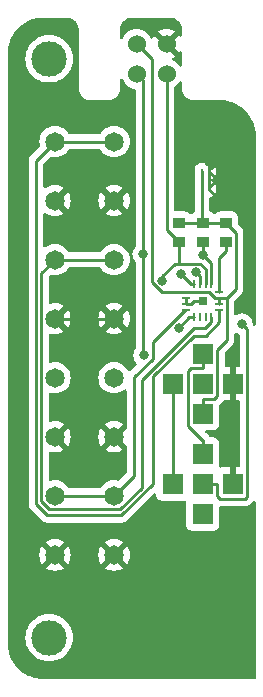
<source format=gtl>
%TF.GenerationSoftware,KiCad,Pcbnew,7.0.9*%
%TF.CreationDate,2024-03-19T13:31:30+09:00*%
%TF.ProjectId,rubis2,72756269-7332-42e6-9b69-6361645f7063,rev?*%
%TF.SameCoordinates,Original*%
%TF.FileFunction,Copper,L1,Top*%
%TF.FilePolarity,Positive*%
%FSLAX46Y46*%
G04 Gerber Fmt 4.6, Leading zero omitted, Abs format (unit mm)*
G04 Created by KiCad (PCBNEW 7.0.9) date 2024-03-19 13:31:30*
%MOMM*%
%LPD*%
G01*
G04 APERTURE LIST*
G04 Aperture macros list*
%AMRoundRect*
0 Rectangle with rounded corners*
0 $1 Rounding radius*
0 $2 $3 $4 $5 $6 $7 $8 $9 X,Y pos of 4 corners*
0 Add a 4 corners polygon primitive as box body*
4,1,4,$2,$3,$4,$5,$6,$7,$8,$9,$2,$3,0*
0 Add four circle primitives for the rounded corners*
1,1,$1+$1,$2,$3*
1,1,$1+$1,$4,$5*
1,1,$1+$1,$6,$7*
1,1,$1+$1,$8,$9*
0 Add four rect primitives between the rounded corners*
20,1,$1+$1,$2,$3,$4,$5,0*
20,1,$1+$1,$4,$5,$6,$7,0*
20,1,$1+$1,$6,$7,$8,$9,0*
20,1,$1+$1,$8,$9,$2,$3,0*%
G04 Aperture macros list end*
%TA.AperFunction,ComponentPad*%
%ADD10C,1.650000*%
%TD*%
%TA.AperFunction,ComponentPad*%
%ADD11R,1.800000X1.800000*%
%TD*%
%TA.AperFunction,SMDPad,CuDef*%
%ADD12RoundRect,0.062500X0.062500X0.112500X-0.062500X0.112500X-0.062500X-0.112500X0.062500X-0.112500X0*%
%TD*%
%TA.AperFunction,ComponentPad*%
%ADD13C,3.000000*%
%TD*%
%TA.AperFunction,SMDPad,CuDef*%
%ADD14R,1.000000X0.950000*%
%TD*%
%TA.AperFunction,ComponentPad*%
%ADD15C,1.524000*%
%TD*%
%TA.AperFunction,SMDPad,CuDef*%
%ADD16RoundRect,0.060000X-0.240000X-0.060000X0.240000X-0.060000X0.240000X0.060000X-0.240000X0.060000X0*%
%TD*%
%TA.AperFunction,SMDPad,CuDef*%
%ADD17RoundRect,0.060000X-0.060000X-0.240000X0.060000X-0.240000X0.060000X0.240000X-0.060000X0.240000X0*%
%TD*%
%TA.AperFunction,ComponentPad*%
%ADD18R,0.800000X0.800000*%
%TD*%
%TA.AperFunction,ViaPad*%
%ADD19C,0.800000*%
%TD*%
%TA.AperFunction,Conductor*%
%ADD20C,0.250000*%
%TD*%
%ADD21C,0.350000*%
%ADD22C,0.300000*%
G04 APERTURE END LIST*
D10*
%TO.P,J1,1_1,1_1*%
%TO.N,Net-(A1-AIN0)*%
X196000000Y-83500000D03*
%TO.P,J1,1_2,1_2*%
X191000000Y-83500000D03*
%TO.P,J1,2_1,2_1*%
%TO.N,GND*%
X196000000Y-88500000D03*
%TO.P,J1,2_2,2_2*%
X191000000Y-88500000D03*
%TO.P,J1,3_1,3_1*%
%TO.N,Net-(A1-AIN1)*%
X196000000Y-93500000D03*
%TO.P,J1,3_2,3_2*%
X191000000Y-93500000D03*
%TO.P,J1,4_1,4_1*%
%TO.N,GND*%
X196000000Y-98500000D03*
%TO.P,J1,4_2,4_2*%
X191000000Y-98500000D03*
%TO.P,J1,5_1,5_1*%
%TO.N,Net-(A1-AIN2)*%
X196000000Y-103500000D03*
%TO.P,J1,5_2,5_2*%
X191000000Y-103500000D03*
%TO.P,J1,6_1,6_1*%
%TO.N,GND*%
X196000000Y-108500000D03*
%TO.P,J1,6_2,6_2*%
X191000000Y-108500000D03*
%TO.P,J1,7_1,7_1*%
%TO.N,Net-(A1-AIN3)*%
X196000000Y-113500000D03*
%TO.P,J1,7_2,7_2*%
X191000000Y-113500000D03*
%TO.P,J1,8_1,8_1*%
%TO.N,GND*%
X196000000Y-118500000D03*
%TO.P,J1,8_2,8_2*%
X191000000Y-118500000D03*
%TD*%
D11*
%TO.P,S2,1,Address*%
%TO.N,Net-(A1-A1)*%
X203500000Y-112500000D03*
%TO.P,S2,2,GND*%
%TO.N,GND*%
X206040000Y-112500000D03*
%TO.P,S2,3,VDD*%
%TO.N,+5V*%
X203500000Y-115040000D03*
%TO.P,S2,4,SDA*%
%TO.N,Net-(A1-SDA)*%
X200960000Y-112500000D03*
%TO.P,S2,5,SCL*%
%TO.N,Net-(A1-SCL)*%
X203500000Y-109960000D03*
%TD*%
D12*
%TO.P,C1,1*%
%TO.N,GND*%
X204000000Y-86000000D03*
%TO.P,C1,2*%
%TO.N,+5V*%
X203450000Y-86000000D03*
%TD*%
%TO.P,C2,1*%
%TO.N,GND*%
X204000000Y-87500000D03*
%TO.P,C2,2*%
%TO.N,+5V*%
X203450000Y-87500000D03*
%TD*%
D13*
%TO.P,REF1,*%
%TO.N,*%
X190500000Y-76500000D03*
%TD*%
D14*
%TO.P,R1,1*%
%TO.N,+5V*%
X203500000Y-90400000D03*
%TO.P,R1,2*%
%TO.N,Net-(A1-SDA)*%
X203500000Y-92000000D03*
%TD*%
D15*
%TO.P,U1,3,SDA*%
%TO.N,Net-(A1-SDA)*%
X197910000Y-77770000D03*
%TO.P,U1,4,5V*%
%TO.N,+5V*%
X197910000Y-75230000D03*
%TO.P,U1,5,SCL*%
%TO.N,Net-(A1-SCL)*%
X200450000Y-77770000D03*
%TO.P,U1,6,GND*%
%TO.N,GND*%
X200450000Y-75230000D03*
%TD*%
D16*
%TO.P,A1,1,^RESET*%
%TO.N,+5V*%
X202100000Y-96250000D03*
%TO.P,A1,2,DGND*%
%TO.N,GND*%
X202100000Y-96750000D03*
%TO.P,A1,3,AVSS*%
X202100000Y-97250000D03*
%TO.P,A1,4,AIN3*%
%TO.N,Net-(A1-AIN3)*%
X202100000Y-97750000D03*
D17*
%TO.P,A1,5,AIN2*%
%TO.N,Net-(A1-AIN2)*%
X202750000Y-98400000D03*
%TO.P,A1,6,REFN*%
%TO.N,unconnected-(A1-REFN-Pad6)*%
X203250000Y-98400000D03*
%TO.P,A1,7,REFP*%
%TO.N,unconnected-(A1-REFP-Pad7)*%
X203750000Y-98400000D03*
%TO.P,A1,8,AIN1*%
%TO.N,Net-(A1-AIN1)*%
X204250000Y-98400000D03*
D16*
%TO.P,A1,9,AIN0*%
%TO.N,Net-(A1-AIN0)*%
X204900000Y-97750000D03*
%TO.P,A1,10,AVDD*%
%TO.N,+5V*%
X204900000Y-97250000D03*
%TO.P,A1,11,DVDD*%
X204900000Y-96750000D03*
%TO.P,A1,12,^DRDY*%
%TO.N,Net-(A1-^DRDY)*%
X204900000Y-96250000D03*
D17*
%TO.P,A1,13,SDA*%
%TO.N,Net-(A1-SDA)*%
X204250000Y-95600000D03*
%TO.P,A1,14,SCL*%
%TO.N,Net-(A1-SCL)*%
X203750000Y-95600000D03*
%TO.P,A1,15,A0*%
%TO.N,Net-(A1-A0)*%
X203250000Y-95600000D03*
%TO.P,A1,16,A1*%
%TO.N,Net-(A1-A1)*%
X202750000Y-95600000D03*
D18*
%TO.P,A1,17,Thermal_pad*%
%TO.N,GND*%
X203500000Y-97000000D03*
%TD*%
D14*
%TO.P,R3,1*%
%TO.N,+5V*%
X205500000Y-90400000D03*
%TO.P,R3,2*%
%TO.N,Net-(A1-^DRDY)*%
X205500000Y-92000000D03*
%TD*%
%TO.P,R2,1*%
%TO.N,+5V*%
X201500000Y-90400000D03*
%TO.P,R2,2*%
%TO.N,Net-(A1-SCL)*%
X201500000Y-92000000D03*
%TD*%
D11*
%TO.P,S1,1,Address*%
%TO.N,Net-(A1-A0)*%
X203500000Y-104000000D03*
%TO.P,S1,2,GND*%
%TO.N,GND*%
X206040000Y-104000000D03*
%TO.P,S1,3,VDD*%
%TO.N,+5V*%
X203500000Y-106540000D03*
%TO.P,S1,4,SDA*%
%TO.N,Net-(A1-SDA)*%
X200960000Y-104000000D03*
%TO.P,S1,5,SCL*%
%TO.N,Net-(A1-SCL)*%
X203500000Y-101460000D03*
%TD*%
D13*
%TO.P,REF2,*%
%TO.N,*%
X190500000Y-125500000D03*
%TD*%
D19*
%TO.N,Net-(A1-A1)*%
X206829000Y-98959600D03*
X201650000Y-94738500D03*
%TO.N,Net-(A1-A0)*%
X202946000Y-94588500D03*
%TO.N,Net-(A1-SCL)*%
X200090000Y-95274200D03*
%TO.N,Net-(A1-SDA)*%
X198534000Y-101599000D03*
X198465000Y-93027600D03*
X203568000Y-93107000D03*
%TO.N,Net-(A1-AIN2)*%
X201495000Y-99278300D03*
%TO.N,GND*%
X204000000Y-85198700D03*
%TD*%
D20*
%TO.N,Net-(A1-SCL)*%
X201500000Y-93864000D02*
X201136000Y-93864000D01*
X200090000Y-94910000D02*
X200090000Y-95274200D01*
X201136000Y-93864000D02*
X200090000Y-94910000D01*
%TO.N,Net-(A1-A1)*%
X207267000Y-99397100D02*
X206829000Y-98959600D01*
X207267000Y-113579000D02*
X207267000Y-99397100D01*
X207119000Y-113727000D02*
X207267000Y-113579000D01*
X204957000Y-113727000D02*
X207119000Y-113727000D01*
X204727000Y-113497000D02*
X204957000Y-113727000D01*
X204727000Y-112500000D02*
X204727000Y-113497000D01*
X203500000Y-112500000D02*
X204727000Y-112500000D01*
X202512000Y-95600000D02*
X202750000Y-95600000D01*
X201650000Y-94738500D02*
X202512000Y-95600000D01*
%TO.N,Net-(A1-A0)*%
X203250000Y-94893000D02*
X203250000Y-95600000D01*
X202946000Y-94588500D02*
X203250000Y-94893000D01*
%TO.N,Net-(A1-SCL)*%
X203500000Y-102687000D02*
X203500000Y-101460000D01*
X202503000Y-102687000D02*
X203500000Y-102687000D01*
X202273000Y-102917000D02*
X202503000Y-102687000D01*
X202273000Y-107581000D02*
X202273000Y-102917000D01*
X203425000Y-108733000D02*
X202273000Y-107581000D01*
X203500000Y-108733000D02*
X203425000Y-108733000D01*
X203500000Y-109960000D02*
X203500000Y-108733000D01*
X201500000Y-92000000D02*
X201500000Y-93864000D01*
X200450000Y-90950000D02*
X201500000Y-92000000D01*
X200450000Y-77770000D02*
X200450000Y-90950000D01*
X203750000Y-94334400D02*
X203750000Y-95600000D01*
X203280000Y-93864000D02*
X203750000Y-94334400D01*
X201500000Y-93864000D02*
X203280000Y-93864000D01*
%TO.N,Net-(A1-SDA)*%
X200960000Y-104000000D02*
X200960000Y-112500000D01*
X204250000Y-93789400D02*
X203568000Y-93107000D01*
X204250000Y-95600000D02*
X204250000Y-93789400D01*
X203500000Y-93039400D02*
X203568000Y-93107000D01*
X203500000Y-92000000D02*
X203500000Y-93039400D01*
X198465000Y-78325000D02*
X198465000Y-93027600D01*
X197910000Y-77770000D02*
X198465000Y-78325000D01*
X198465000Y-101530000D02*
X198534000Y-101599000D01*
X198465000Y-93027600D02*
X198465000Y-101530000D01*
%TO.N,Net-(A1-^DRDY)*%
X205500000Y-92801900D02*
X205500000Y-92000000D01*
X204900000Y-93401900D02*
X205500000Y-92801900D01*
X204900000Y-96250000D02*
X204900000Y-93401900D01*
%TO.N,Net-(A1-AIN0)*%
X191000000Y-83500000D02*
X196000000Y-83500000D01*
X204900000Y-98777700D02*
X204900000Y-97750000D01*
X203743000Y-99934800D02*
X204900000Y-98777700D01*
X202746000Y-99934800D02*
X203743000Y-99934800D01*
X199289000Y-103392000D02*
X202746000Y-99934800D01*
X199289000Y-112482000D02*
X199289000Y-103392000D01*
X196630000Y-115141000D02*
X199289000Y-112482000D01*
X190359000Y-115141000D02*
X196630000Y-115141000D01*
X189389000Y-114171000D02*
X190359000Y-115141000D01*
X189389000Y-85110600D02*
X189389000Y-114171000D01*
X191000000Y-83500000D02*
X189389000Y-85110600D01*
%TO.N,Net-(A1-AIN1)*%
X204250000Y-98749500D02*
X204250000Y-98400000D01*
X203731000Y-99268800D02*
X204250000Y-98749500D01*
X202771000Y-99268800D02*
X203731000Y-99268800D01*
X198338000Y-103702000D02*
X202771000Y-99268800D01*
X198338000Y-112795000D02*
X198338000Y-103702000D01*
X196480000Y-114652000D02*
X198338000Y-112795000D01*
X190523000Y-114652000D02*
X196480000Y-114652000D01*
X189846000Y-113974000D02*
X190523000Y-114652000D01*
X189846000Y-94654500D02*
X189846000Y-113974000D01*
X191000000Y-93500000D02*
X189846000Y-94654500D01*
X191000000Y-93500000D02*
X196000000Y-93500000D01*
%TO.N,Net-(A1-AIN2)*%
X202373000Y-98400000D02*
X201495000Y-99278300D01*
X202750000Y-98400000D02*
X202373000Y-98400000D01*
%TO.N,Net-(A1-AIN3)*%
X196000000Y-113500000D02*
X191000000Y-113500000D01*
X197704000Y-111796000D02*
X196000000Y-113500000D01*
X197704000Y-103478000D02*
X197704000Y-111796000D01*
X199311000Y-101872000D02*
X197704000Y-103478000D01*
X199311000Y-100434000D02*
X199311000Y-101872000D01*
X201995000Y-97750000D02*
X199311000Y-100434000D01*
X202100000Y-97750000D02*
X201995000Y-97750000D01*
%TO.N,+5V*%
X203338000Y-90238200D02*
X203500000Y-90400000D01*
X203176000Y-90400000D02*
X203338000Y-90238200D01*
X201500000Y-90400000D02*
X203176000Y-90400000D01*
X204900000Y-96750000D02*
X204900000Y-97250000D01*
X203450000Y-87500000D02*
X203450000Y-86000000D01*
X204052000Y-96250000D02*
X202100000Y-96250000D01*
X204552000Y-96750000D02*
X204052000Y-96250000D01*
X204900000Y-96750000D02*
X204552000Y-96750000D01*
X206327000Y-91226900D02*
X205500000Y-90400000D01*
X206327000Y-95951200D02*
X206327000Y-91226900D01*
X205528000Y-96750000D02*
X206327000Y-95951200D01*
X203500000Y-105313000D02*
X203500000Y-106540000D01*
X204497000Y-105313000D02*
X203500000Y-105313000D01*
X204727000Y-105083000D02*
X204497000Y-105313000D01*
X204727000Y-101113000D02*
X204727000Y-105083000D01*
X205528000Y-100312000D02*
X204727000Y-101113000D01*
X205528000Y-96750000D02*
X205528000Y-100312000D01*
X203450000Y-90126400D02*
X203450000Y-87500000D01*
X203338000Y-90238200D02*
X203450000Y-90126400D01*
X199209000Y-76528800D02*
X197910000Y-75230000D01*
X199209000Y-95425500D02*
X199209000Y-76528800D01*
X200033000Y-96250000D02*
X199209000Y-95425500D01*
X202100000Y-96250000D02*
X200033000Y-96250000D01*
X204900000Y-96750000D02*
X205528000Y-96750000D01*
X205500000Y-90400000D02*
X203500000Y-90400000D01*
%TO.N,GND*%
X192172000Y-107328000D02*
X191000000Y-108500000D01*
X204000000Y-86000000D02*
X204000000Y-85198700D01*
X206040000Y-104000000D02*
X206040000Y-112500000D01*
X192172000Y-98500000D02*
X191000000Y-98500000D01*
X194828000Y-107328000D02*
X196000000Y-108500000D01*
X192172000Y-107328000D02*
X194828000Y-107328000D01*
X196000000Y-98500000D02*
X192172000Y-98500000D01*
X204000000Y-86000000D02*
X204000000Y-87500000D01*
X202100000Y-97250000D02*
X202100000Y-96750000D01*
X202773000Y-97000000D02*
X203500000Y-97000000D01*
X202523000Y-97250000D02*
X202773000Y-97000000D01*
X202100000Y-97250000D02*
X202523000Y-97250000D01*
%TD*%
%TA.AperFunction,Conductor*%
%TO.N,GND*%
G36*
X192002695Y-73000735D02*
G01*
X192045519Y-73004482D01*
X192171771Y-73016918D01*
X192191685Y-73020541D01*
X192258349Y-73038403D01*
X192351570Y-73066682D01*
X192367971Y-73072958D01*
X192435411Y-73104406D01*
X192438375Y-73105888D01*
X192450596Y-73112420D01*
X192522327Y-73150762D01*
X192528667Y-73154657D01*
X192594828Y-73200983D01*
X192598600Y-73203844D01*
X192670808Y-73263103D01*
X192675309Y-73267182D01*
X192732815Y-73324688D01*
X192736895Y-73329190D01*
X192796154Y-73401398D01*
X192799015Y-73405170D01*
X192845341Y-73471331D01*
X192849236Y-73477671D01*
X192894101Y-73561605D01*
X192895614Y-73564631D01*
X192927040Y-73632027D01*
X192933319Y-73648435D01*
X192961601Y-73741669D01*
X192979454Y-73808299D01*
X192983082Y-73828238D01*
X192995523Y-73954554D01*
X192999264Y-73997302D01*
X192999500Y-74002710D01*
X192999500Y-79087534D01*
X193029898Y-79259937D01*
X193089775Y-79424446D01*
X193177309Y-79576057D01*
X193289836Y-79710163D01*
X193423942Y-79822690D01*
X193423943Y-79822691D01*
X193423945Y-79822692D01*
X193575555Y-79910225D01*
X193740062Y-79970101D01*
X193912468Y-80000500D01*
X193912472Y-80000500D01*
X195587528Y-80000500D01*
X195587532Y-80000500D01*
X195759938Y-79970101D01*
X195924445Y-79910225D01*
X196076055Y-79822692D01*
X196210163Y-79710163D01*
X196322692Y-79576055D01*
X196410225Y-79424445D01*
X196470101Y-79259938D01*
X196500500Y-79087532D01*
X196500500Y-79000000D01*
X196500500Y-78999500D01*
X196500500Y-78293975D01*
X196520185Y-78226936D01*
X196572989Y-78181181D01*
X196642147Y-78171237D01*
X196705703Y-78200262D01*
X196736882Y-78241571D01*
X196812464Y-78403658D01*
X196812468Y-78403666D01*
X196939170Y-78584615D01*
X196939175Y-78584621D01*
X197095378Y-78740824D01*
X197095384Y-78740829D01*
X197276333Y-78867531D01*
X197276335Y-78867532D01*
X197276338Y-78867534D01*
X197476550Y-78960894D01*
X197689932Y-79018070D01*
X197726307Y-79021252D01*
X197791376Y-79046704D01*
X197832354Y-79103295D01*
X197839500Y-79144780D01*
X197839500Y-92328912D01*
X197819815Y-92395951D01*
X197807650Y-92411884D01*
X197732466Y-92495384D01*
X197637821Y-92659315D01*
X197637818Y-92659322D01*
X197579327Y-92839340D01*
X197579326Y-92839344D01*
X197559540Y-93027600D01*
X197579326Y-93215856D01*
X197581292Y-93221909D01*
X197637818Y-93395877D01*
X197637821Y-93395884D01*
X197732467Y-93559816D01*
X197775772Y-93607910D01*
X197807650Y-93643315D01*
X197837880Y-93706306D01*
X197839500Y-93726287D01*
X197839500Y-100976945D01*
X197819815Y-101043984D01*
X197807650Y-101059917D01*
X197801466Y-101066784D01*
X197706821Y-101230715D01*
X197706818Y-101230722D01*
X197648327Y-101410740D01*
X197648326Y-101410744D01*
X197628540Y-101599000D01*
X197648326Y-101787256D01*
X197648327Y-101787259D01*
X197706818Y-101967277D01*
X197706821Y-101967284D01*
X197801467Y-102131216D01*
X197851426Y-102186701D01*
X197895720Y-102235895D01*
X197925950Y-102298887D01*
X197917325Y-102368222D01*
X197891224Y-102406575D01*
X197376226Y-102921253D01*
X197314892Y-102954719D01*
X197245202Y-102949713D01*
X197189282Y-102907825D01*
X197176190Y-102885949D01*
X197152302Y-102834722D01*
X197152301Y-102834719D01*
X197152299Y-102834716D01*
X197152298Y-102834714D01*
X197019273Y-102644735D01*
X197019268Y-102644729D01*
X196855269Y-102480730D01*
X196784553Y-102431214D01*
X196665282Y-102347699D01*
X196455079Y-102249680D01*
X196455076Y-102249679D01*
X196455074Y-102249678D01*
X196231051Y-102189651D01*
X196231044Y-102189650D01*
X196000002Y-102169437D01*
X195999998Y-102169437D01*
X195768955Y-102189650D01*
X195768948Y-102189651D01*
X195544917Y-102249681D01*
X195334718Y-102347699D01*
X195334714Y-102347701D01*
X195144735Y-102480726D01*
X195144729Y-102480731D01*
X194980731Y-102644729D01*
X194980726Y-102644735D01*
X194847701Y-102834714D01*
X194847699Y-102834718D01*
X194749681Y-103044917D01*
X194689651Y-103268948D01*
X194689650Y-103268955D01*
X194669437Y-103499998D01*
X194669437Y-103500001D01*
X194689650Y-103731044D01*
X194689651Y-103731051D01*
X194749678Y-103955074D01*
X194749679Y-103955076D01*
X194749680Y-103955079D01*
X194847699Y-104165282D01*
X194980730Y-104355269D01*
X195144731Y-104519270D01*
X195334718Y-104652301D01*
X195544921Y-104750320D01*
X195768950Y-104810349D01*
X195933985Y-104824787D01*
X195999998Y-104830563D01*
X196000000Y-104830563D01*
X196000002Y-104830563D01*
X196061220Y-104825207D01*
X196231050Y-104810349D01*
X196455079Y-104750320D01*
X196665282Y-104652301D01*
X196855269Y-104519270D01*
X196866819Y-104507720D01*
X196928142Y-104474235D01*
X196997834Y-104479219D01*
X197053767Y-104521091D01*
X197078184Y-104586555D01*
X197078500Y-104595401D01*
X197078500Y-107723691D01*
X197058815Y-107790730D01*
X197042181Y-107811372D01*
X196525929Y-108327623D01*
X196523116Y-108314085D01*
X196453558Y-108179844D01*
X196350362Y-108069348D01*
X196221181Y-107990791D01*
X196169997Y-107976450D01*
X196743423Y-107403024D01*
X196743422Y-107403023D01*
X196665031Y-107348133D01*
X196665029Y-107348132D01*
X196454909Y-107250152D01*
X196454900Y-107250148D01*
X196230968Y-107190147D01*
X196230958Y-107190145D01*
X196000001Y-107169939D01*
X195999999Y-107169939D01*
X195769041Y-107190145D01*
X195769031Y-107190147D01*
X195545099Y-107250148D01*
X195545090Y-107250152D01*
X195334971Y-107348132D01*
X195334969Y-107348133D01*
X195256577Y-107403024D01*
X195256576Y-107403024D01*
X195828431Y-107974878D01*
X195711542Y-108025651D01*
X195594261Y-108121066D01*
X195507072Y-108244585D01*
X195476645Y-108330197D01*
X194903024Y-107756576D01*
X194903024Y-107756577D01*
X194848133Y-107834969D01*
X194848132Y-107834971D01*
X194750152Y-108045090D01*
X194750148Y-108045099D01*
X194690147Y-108269031D01*
X194690145Y-108269041D01*
X194669939Y-108499999D01*
X194669939Y-108500000D01*
X194690145Y-108730958D01*
X194690147Y-108730968D01*
X194750148Y-108954900D01*
X194750152Y-108954909D01*
X194848132Y-109165029D01*
X194848133Y-109165031D01*
X194903023Y-109243422D01*
X194903024Y-109243423D01*
X195474070Y-108672376D01*
X195476884Y-108685915D01*
X195546442Y-108820156D01*
X195649638Y-108930652D01*
X195778819Y-109009209D01*
X195830002Y-109023549D01*
X195256575Y-109596975D01*
X195334973Y-109651868D01*
X195545090Y-109749847D01*
X195545099Y-109749851D01*
X195769031Y-109809852D01*
X195769041Y-109809854D01*
X195999999Y-109830061D01*
X196000001Y-109830061D01*
X196230958Y-109809854D01*
X196230968Y-109809852D01*
X196454900Y-109749851D01*
X196454909Y-109749847D01*
X196665030Y-109651867D01*
X196743423Y-109596975D01*
X196171568Y-109025121D01*
X196288458Y-108974349D01*
X196405739Y-108878934D01*
X196492928Y-108755415D01*
X196523354Y-108669801D01*
X197042181Y-109188628D01*
X197075666Y-109249951D01*
X197078500Y-109276309D01*
X197078500Y-111485547D01*
X197058815Y-111552586D01*
X197042181Y-111573228D01*
X196435234Y-112180174D01*
X196373911Y-112213659D01*
X196315460Y-112212268D01*
X196231055Y-112189652D01*
X196231051Y-112189651D01*
X196231050Y-112189651D01*
X196231049Y-112189650D01*
X196231044Y-112189650D01*
X196000002Y-112169437D01*
X195999998Y-112169437D01*
X195768955Y-112189650D01*
X195768948Y-112189651D01*
X195544917Y-112249681D01*
X195334718Y-112347699D01*
X195334714Y-112347701D01*
X195144735Y-112480726D01*
X195144729Y-112480731D01*
X194980731Y-112644729D01*
X194980726Y-112644735D01*
X194856869Y-112821623D01*
X194802292Y-112865248D01*
X194755294Y-112874500D01*
X192244706Y-112874500D01*
X192177667Y-112854815D01*
X192143131Y-112821623D01*
X192019273Y-112644735D01*
X192019268Y-112644729D01*
X191855269Y-112480730D01*
X191798683Y-112441108D01*
X191665282Y-112347699D01*
X191455079Y-112249680D01*
X191455076Y-112249679D01*
X191455074Y-112249678D01*
X191231051Y-112189651D01*
X191231044Y-112189650D01*
X191000002Y-112169437D01*
X190999998Y-112169437D01*
X190768955Y-112189650D01*
X190768944Y-112189652D01*
X190627593Y-112227527D01*
X190557743Y-112225864D01*
X190499881Y-112186701D01*
X190472377Y-112122473D01*
X190471500Y-112107752D01*
X190471500Y-109891729D01*
X190491185Y-109824690D01*
X190543989Y-109778935D01*
X190613147Y-109768991D01*
X190627594Y-109771954D01*
X190769035Y-109809853D01*
X190769041Y-109809854D01*
X190999999Y-109830061D01*
X191000001Y-109830061D01*
X191230958Y-109809854D01*
X191230968Y-109809852D01*
X191454900Y-109749851D01*
X191454909Y-109749847D01*
X191665030Y-109651867D01*
X191743423Y-109596975D01*
X191171569Y-109025121D01*
X191288458Y-108974349D01*
X191405739Y-108878934D01*
X191492928Y-108755415D01*
X191523354Y-108669802D01*
X192096975Y-109243423D01*
X192151867Y-109165030D01*
X192249847Y-108954909D01*
X192249851Y-108954900D01*
X192309852Y-108730968D01*
X192309854Y-108730958D01*
X192330061Y-108500000D01*
X192330061Y-108499999D01*
X192309854Y-108269041D01*
X192309852Y-108269031D01*
X192249851Y-108045099D01*
X192249847Y-108045090D01*
X192151868Y-107834972D01*
X192096974Y-107756576D01*
X191525929Y-108327622D01*
X191523116Y-108314085D01*
X191453558Y-108179844D01*
X191350362Y-108069348D01*
X191221181Y-107990791D01*
X191169996Y-107976449D01*
X191743423Y-107403023D01*
X191665031Y-107348133D01*
X191665029Y-107348132D01*
X191454909Y-107250152D01*
X191454900Y-107250148D01*
X191230968Y-107190147D01*
X191230958Y-107190145D01*
X191000001Y-107169939D01*
X190999999Y-107169939D01*
X190769041Y-107190145D01*
X190769031Y-107190147D01*
X190627593Y-107228045D01*
X190557743Y-107226382D01*
X190499881Y-107187219D01*
X190472377Y-107122990D01*
X190471500Y-107108270D01*
X190471500Y-104892246D01*
X190491185Y-104825207D01*
X190543989Y-104779452D01*
X190613147Y-104769508D01*
X190627568Y-104772465D01*
X190768950Y-104810349D01*
X190933985Y-104824787D01*
X190999998Y-104830563D01*
X191000000Y-104830563D01*
X191000002Y-104830563D01*
X191061220Y-104825207D01*
X191231050Y-104810349D01*
X191455079Y-104750320D01*
X191665282Y-104652301D01*
X191855269Y-104519270D01*
X192019270Y-104355269D01*
X192152301Y-104165282D01*
X192250320Y-103955079D01*
X192310349Y-103731050D01*
X192330563Y-103500000D01*
X192310349Y-103268950D01*
X192250320Y-103044921D01*
X192152301Y-102834719D01*
X192152299Y-102834716D01*
X192152298Y-102834714D01*
X192019273Y-102644735D01*
X192019268Y-102644729D01*
X191855269Y-102480730D01*
X191784553Y-102431214D01*
X191665282Y-102347699D01*
X191455079Y-102249680D01*
X191455076Y-102249679D01*
X191455074Y-102249678D01*
X191231051Y-102189651D01*
X191231044Y-102189650D01*
X191000002Y-102169437D01*
X190999998Y-102169437D01*
X190768955Y-102189650D01*
X190768944Y-102189652D01*
X190627593Y-102227527D01*
X190557743Y-102225864D01*
X190499881Y-102186701D01*
X190472377Y-102122473D01*
X190471500Y-102107752D01*
X190471500Y-99891729D01*
X190491185Y-99824690D01*
X190543989Y-99778935D01*
X190613147Y-99768991D01*
X190627594Y-99771954D01*
X190769035Y-99809853D01*
X190769041Y-99809854D01*
X190999999Y-99830061D01*
X191000001Y-99830061D01*
X191230958Y-99809854D01*
X191230968Y-99809852D01*
X191454900Y-99749851D01*
X191454909Y-99749847D01*
X191665030Y-99651867D01*
X191743423Y-99596975D01*
X191171569Y-99025121D01*
X191288458Y-98974349D01*
X191405739Y-98878934D01*
X191492928Y-98755415D01*
X191523354Y-98669802D01*
X192096975Y-99243423D01*
X192151867Y-99165030D01*
X192249847Y-98954909D01*
X192249851Y-98954900D01*
X192309852Y-98730968D01*
X192309854Y-98730958D01*
X192330061Y-98500000D01*
X194669939Y-98500000D01*
X194690145Y-98730958D01*
X194690147Y-98730968D01*
X194750148Y-98954900D01*
X194750152Y-98954909D01*
X194848132Y-99165029D01*
X194848133Y-99165031D01*
X194903023Y-99243422D01*
X194903024Y-99243423D01*
X195474070Y-98672376D01*
X195476884Y-98685915D01*
X195546442Y-98820156D01*
X195649638Y-98930652D01*
X195778819Y-99009209D01*
X195830002Y-99023549D01*
X195256575Y-99596975D01*
X195334973Y-99651868D01*
X195545090Y-99749847D01*
X195545099Y-99749851D01*
X195769031Y-99809852D01*
X195769041Y-99809854D01*
X195999999Y-99830061D01*
X196000001Y-99830061D01*
X196230958Y-99809854D01*
X196230968Y-99809852D01*
X196454900Y-99749851D01*
X196454909Y-99749847D01*
X196665030Y-99651867D01*
X196743423Y-99596975D01*
X196171568Y-99025121D01*
X196288458Y-98974349D01*
X196405739Y-98878934D01*
X196492928Y-98755415D01*
X196523354Y-98669802D01*
X197096975Y-99243423D01*
X197151867Y-99165030D01*
X197249847Y-98954909D01*
X197249851Y-98954900D01*
X197309852Y-98730968D01*
X197309854Y-98730958D01*
X197330061Y-98500000D01*
X197330061Y-98499999D01*
X197309854Y-98269041D01*
X197309852Y-98269031D01*
X197249851Y-98045099D01*
X197249847Y-98045090D01*
X197151868Y-97834972D01*
X197096974Y-97756576D01*
X196525929Y-98327622D01*
X196523116Y-98314085D01*
X196453558Y-98179844D01*
X196350362Y-98069348D01*
X196221181Y-97990791D01*
X196169997Y-97976450D01*
X196743423Y-97403024D01*
X196743422Y-97403023D01*
X196665031Y-97348133D01*
X196665029Y-97348132D01*
X196454909Y-97250152D01*
X196454900Y-97250148D01*
X196230968Y-97190147D01*
X196230958Y-97190145D01*
X196000001Y-97169939D01*
X195999999Y-97169939D01*
X195769041Y-97190145D01*
X195769031Y-97190147D01*
X195545099Y-97250148D01*
X195545090Y-97250152D01*
X195334971Y-97348132D01*
X195334969Y-97348133D01*
X195256577Y-97403024D01*
X195256576Y-97403024D01*
X195828431Y-97974878D01*
X195711542Y-98025651D01*
X195594261Y-98121066D01*
X195507072Y-98244585D01*
X195476645Y-98330197D01*
X194903024Y-97756576D01*
X194903024Y-97756577D01*
X194848133Y-97834969D01*
X194848132Y-97834971D01*
X194750152Y-98045090D01*
X194750148Y-98045099D01*
X194690147Y-98269031D01*
X194690145Y-98269041D01*
X194669939Y-98499999D01*
X194669939Y-98500000D01*
X192330061Y-98500000D01*
X192330061Y-98499999D01*
X192309854Y-98269041D01*
X192309852Y-98269031D01*
X192249851Y-98045099D01*
X192249847Y-98045090D01*
X192151868Y-97834972D01*
X192096974Y-97756576D01*
X191525929Y-98327622D01*
X191523116Y-98314085D01*
X191453558Y-98179844D01*
X191350362Y-98069348D01*
X191221181Y-97990791D01*
X191169996Y-97976449D01*
X191743423Y-97403023D01*
X191665031Y-97348133D01*
X191665029Y-97348132D01*
X191454909Y-97250152D01*
X191454900Y-97250148D01*
X191230968Y-97190147D01*
X191230958Y-97190145D01*
X191000001Y-97169939D01*
X190999999Y-97169939D01*
X190769041Y-97190145D01*
X190769031Y-97190147D01*
X190627593Y-97228045D01*
X190557743Y-97226382D01*
X190499881Y-97187219D01*
X190472377Y-97122990D01*
X190471500Y-97108270D01*
X190471500Y-94964856D01*
X190491185Y-94897817D01*
X190507799Y-94877195D01*
X190565046Y-94819922D01*
X190626359Y-94786425D01*
X190684838Y-94787810D01*
X190768950Y-94810349D01*
X190933985Y-94824787D01*
X190999998Y-94830563D01*
X191000000Y-94830563D01*
X191000002Y-94830563D01*
X191057762Y-94825509D01*
X191231050Y-94810349D01*
X191455079Y-94750320D01*
X191665282Y-94652301D01*
X191855269Y-94519270D01*
X192019270Y-94355269D01*
X192143132Y-94178375D01*
X192197709Y-94134751D01*
X192244707Y-94125500D01*
X194755293Y-94125500D01*
X194822332Y-94145185D01*
X194856866Y-94178374D01*
X194980730Y-94355269D01*
X195144731Y-94519270D01*
X195334718Y-94652301D01*
X195544921Y-94750320D01*
X195768950Y-94810349D01*
X195933985Y-94824787D01*
X195999998Y-94830563D01*
X196000000Y-94830563D01*
X196000002Y-94830563D01*
X196057762Y-94825509D01*
X196231050Y-94810349D01*
X196455079Y-94750320D01*
X196665282Y-94652301D01*
X196855269Y-94519270D01*
X197019270Y-94355269D01*
X197152301Y-94165282D01*
X197250320Y-93955079D01*
X197310349Y-93731050D01*
X197330563Y-93500000D01*
X197310349Y-93268950D01*
X197250320Y-93044921D01*
X197152301Y-92834719D01*
X197152299Y-92834716D01*
X197152298Y-92834714D01*
X197019273Y-92644735D01*
X197019268Y-92644729D01*
X196855269Y-92480730D01*
X196797969Y-92440608D01*
X196665282Y-92347699D01*
X196455079Y-92249680D01*
X196455076Y-92249679D01*
X196455074Y-92249678D01*
X196231051Y-92189651D01*
X196231044Y-92189650D01*
X196000002Y-92169437D01*
X195999998Y-92169437D01*
X195768955Y-92189650D01*
X195768948Y-92189651D01*
X195544917Y-92249681D01*
X195334718Y-92347699D01*
X195334714Y-92347701D01*
X195144735Y-92480726D01*
X195144729Y-92480731D01*
X194980731Y-92644729D01*
X194980726Y-92644735D01*
X194856869Y-92821623D01*
X194802292Y-92865248D01*
X194755294Y-92874500D01*
X192244706Y-92874500D01*
X192177667Y-92854815D01*
X192143131Y-92821623D01*
X192127677Y-92799553D01*
X192019270Y-92644731D01*
X191855269Y-92480730D01*
X191665282Y-92347699D01*
X191455079Y-92249680D01*
X191455076Y-92249679D01*
X191455074Y-92249678D01*
X191231051Y-92189651D01*
X191231044Y-92189650D01*
X191000002Y-92169437D01*
X190999998Y-92169437D01*
X190768955Y-92189650D01*
X190768948Y-92189651D01*
X190544917Y-92249681D01*
X190334718Y-92347699D01*
X190334714Y-92347701D01*
X190209623Y-92435291D01*
X190143417Y-92457618D01*
X190075650Y-92440608D01*
X190027837Y-92389659D01*
X190014500Y-92333716D01*
X190014500Y-89665673D01*
X190034185Y-89598634D01*
X190086989Y-89552879D01*
X190156147Y-89542935D01*
X190209624Y-89564099D01*
X190334962Y-89651862D01*
X190334968Y-89651866D01*
X190545090Y-89749847D01*
X190545099Y-89749851D01*
X190769031Y-89809852D01*
X190769041Y-89809854D01*
X190999999Y-89830061D01*
X191000001Y-89830061D01*
X191230958Y-89809854D01*
X191230968Y-89809852D01*
X191454900Y-89749851D01*
X191454909Y-89749847D01*
X191665030Y-89651867D01*
X191743423Y-89596975D01*
X191171569Y-89025121D01*
X191288458Y-88974349D01*
X191405739Y-88878934D01*
X191492928Y-88755415D01*
X191523354Y-88669802D01*
X192096975Y-89243423D01*
X192151867Y-89165030D01*
X192249847Y-88954909D01*
X192249851Y-88954900D01*
X192309852Y-88730968D01*
X192309854Y-88730958D01*
X192330061Y-88500000D01*
X194669939Y-88500000D01*
X194690145Y-88730958D01*
X194690147Y-88730968D01*
X194750148Y-88954900D01*
X194750152Y-88954909D01*
X194848132Y-89165029D01*
X194848133Y-89165031D01*
X194903023Y-89243422D01*
X194903024Y-89243423D01*
X195474070Y-88672376D01*
X195476884Y-88685915D01*
X195546442Y-88820156D01*
X195649638Y-88930652D01*
X195778819Y-89009209D01*
X195830002Y-89023549D01*
X195256575Y-89596975D01*
X195334973Y-89651868D01*
X195545090Y-89749847D01*
X195545099Y-89749851D01*
X195769031Y-89809852D01*
X195769041Y-89809854D01*
X195999999Y-89830061D01*
X196000001Y-89830061D01*
X196230958Y-89809854D01*
X196230968Y-89809852D01*
X196454900Y-89749851D01*
X196454909Y-89749847D01*
X196665030Y-89651867D01*
X196743423Y-89596975D01*
X196171568Y-89025121D01*
X196288458Y-88974349D01*
X196405739Y-88878934D01*
X196492928Y-88755415D01*
X196523354Y-88669802D01*
X197096975Y-89243423D01*
X197151867Y-89165030D01*
X197249847Y-88954909D01*
X197249851Y-88954900D01*
X197309852Y-88730968D01*
X197309854Y-88730958D01*
X197330061Y-88500000D01*
X197330061Y-88499999D01*
X197309854Y-88269041D01*
X197309852Y-88269031D01*
X197249851Y-88045099D01*
X197249847Y-88045090D01*
X197151868Y-87834972D01*
X197096974Y-87756576D01*
X196525929Y-88327622D01*
X196523116Y-88314085D01*
X196453558Y-88179844D01*
X196350362Y-88069348D01*
X196221181Y-87990791D01*
X196169997Y-87976450D01*
X196743423Y-87403024D01*
X196743422Y-87403023D01*
X196665031Y-87348133D01*
X196665029Y-87348132D01*
X196454909Y-87250152D01*
X196454900Y-87250148D01*
X196230968Y-87190147D01*
X196230958Y-87190145D01*
X196000001Y-87169939D01*
X195999999Y-87169939D01*
X195769041Y-87190145D01*
X195769031Y-87190147D01*
X195545099Y-87250148D01*
X195545090Y-87250152D01*
X195334971Y-87348132D01*
X195334969Y-87348133D01*
X195256577Y-87403024D01*
X195256576Y-87403024D01*
X195828431Y-87974878D01*
X195711542Y-88025651D01*
X195594261Y-88121066D01*
X195507072Y-88244585D01*
X195476645Y-88330197D01*
X194903024Y-87756576D01*
X194903024Y-87756577D01*
X194848133Y-87834969D01*
X194848132Y-87834971D01*
X194750152Y-88045090D01*
X194750148Y-88045099D01*
X194690147Y-88269031D01*
X194690145Y-88269041D01*
X194669939Y-88499999D01*
X194669939Y-88500000D01*
X192330061Y-88500000D01*
X192330061Y-88499999D01*
X192309854Y-88269041D01*
X192309852Y-88269031D01*
X192249851Y-88045099D01*
X192249847Y-88045090D01*
X192151868Y-87834972D01*
X192096974Y-87756576D01*
X191525929Y-88327622D01*
X191523116Y-88314085D01*
X191453558Y-88179844D01*
X191350362Y-88069348D01*
X191221181Y-87990791D01*
X191169996Y-87976449D01*
X191743423Y-87403023D01*
X191665031Y-87348133D01*
X191665029Y-87348132D01*
X191454909Y-87250152D01*
X191454900Y-87250148D01*
X191230968Y-87190147D01*
X191230958Y-87190145D01*
X191000001Y-87169939D01*
X190999999Y-87169939D01*
X190769041Y-87190145D01*
X190769031Y-87190147D01*
X190545099Y-87250148D01*
X190545090Y-87250152D01*
X190334970Y-87348132D01*
X190334968Y-87348133D01*
X190209623Y-87435901D01*
X190143417Y-87458228D01*
X190075650Y-87441218D01*
X190027837Y-87390270D01*
X190014500Y-87334326D01*
X190014500Y-85421106D01*
X190034185Y-85354067D01*
X190050826Y-85333418D01*
X190564606Y-84819765D01*
X190625930Y-84786290D01*
X190684364Y-84787683D01*
X190768950Y-84810349D01*
X190933985Y-84824787D01*
X190999998Y-84830563D01*
X191000000Y-84830563D01*
X191000002Y-84830563D01*
X191057762Y-84825509D01*
X191231050Y-84810349D01*
X191455079Y-84750320D01*
X191665282Y-84652301D01*
X191855269Y-84519270D01*
X192019270Y-84355269D01*
X192143132Y-84178375D01*
X192197709Y-84134751D01*
X192244707Y-84125500D01*
X194755293Y-84125500D01*
X194822332Y-84145185D01*
X194856866Y-84178374D01*
X194980730Y-84355269D01*
X195144731Y-84519270D01*
X195334718Y-84652301D01*
X195544921Y-84750320D01*
X195768950Y-84810349D01*
X195933985Y-84824787D01*
X195999998Y-84830563D01*
X196000000Y-84830563D01*
X196000002Y-84830563D01*
X196057762Y-84825509D01*
X196231050Y-84810349D01*
X196455079Y-84750320D01*
X196665282Y-84652301D01*
X196855269Y-84519270D01*
X197019270Y-84355269D01*
X197152301Y-84165282D01*
X197250320Y-83955079D01*
X197310349Y-83731050D01*
X197330563Y-83500000D01*
X197310349Y-83268950D01*
X197250320Y-83044921D01*
X197152301Y-82834719D01*
X197152299Y-82834716D01*
X197152298Y-82834714D01*
X197019273Y-82644735D01*
X197019268Y-82644729D01*
X196855269Y-82480730D01*
X196855263Y-82480726D01*
X196665282Y-82347699D01*
X196455079Y-82249680D01*
X196455076Y-82249679D01*
X196455074Y-82249678D01*
X196231051Y-82189651D01*
X196231044Y-82189650D01*
X196000002Y-82169437D01*
X195999998Y-82169437D01*
X195768955Y-82189650D01*
X195768948Y-82189651D01*
X195544917Y-82249681D01*
X195334718Y-82347699D01*
X195334714Y-82347701D01*
X195144735Y-82480726D01*
X195144729Y-82480731D01*
X194980731Y-82644729D01*
X194980726Y-82644735D01*
X194856869Y-82821623D01*
X194802292Y-82865248D01*
X194755294Y-82874500D01*
X192244706Y-82874500D01*
X192177667Y-82854815D01*
X192143131Y-82821623D01*
X192019273Y-82644735D01*
X192019268Y-82644729D01*
X191855269Y-82480730D01*
X191855263Y-82480726D01*
X191665282Y-82347699D01*
X191455079Y-82249680D01*
X191455076Y-82249679D01*
X191455074Y-82249678D01*
X191231051Y-82189651D01*
X191231044Y-82189650D01*
X191000002Y-82169437D01*
X190999998Y-82169437D01*
X190768955Y-82189650D01*
X190768948Y-82189651D01*
X190544917Y-82249681D01*
X190334718Y-82347699D01*
X190334714Y-82347701D01*
X190144735Y-82480726D01*
X190144729Y-82480731D01*
X189980731Y-82644729D01*
X189980726Y-82644735D01*
X189847701Y-82834714D01*
X189847699Y-82834718D01*
X189749681Y-83044917D01*
X189689651Y-83268948D01*
X189689650Y-83268955D01*
X189669437Y-83499998D01*
X189669437Y-83500001D01*
X189689650Y-83731044D01*
X189689652Y-83731055D01*
X189712222Y-83815287D01*
X189710559Y-83885137D01*
X189680117Y-83935072D01*
X189005239Y-84609784D01*
X188992953Y-84619627D01*
X188993132Y-84619843D01*
X188987121Y-84624815D01*
X188939786Y-84675221D01*
X188918933Y-84696069D01*
X188918924Y-84696079D01*
X188914647Y-84701591D01*
X188910864Y-84706019D01*
X188878941Y-84740012D01*
X188869305Y-84757540D01*
X188858616Y-84773809D01*
X188846368Y-84789594D01*
X188846366Y-84789597D01*
X188827841Y-84832389D01*
X188825276Y-84837626D01*
X188802803Y-84878508D01*
X188802802Y-84878510D01*
X188797830Y-84897871D01*
X188791525Y-84916282D01*
X188783585Y-84934626D01*
X188783583Y-84934631D01*
X188776281Y-84980696D01*
X188775097Y-84986408D01*
X188763500Y-85031576D01*
X188763500Y-85051565D01*
X188761971Y-85070977D01*
X188758842Y-85090717D01*
X188763225Y-85137147D01*
X188763500Y-85142978D01*
X188763500Y-114088255D01*
X188761775Y-114103872D01*
X188762061Y-114103899D01*
X188761326Y-114111665D01*
X188763500Y-114180814D01*
X188763500Y-114210343D01*
X188763501Y-114210360D01*
X188764368Y-114217231D01*
X188764826Y-114223050D01*
X188766290Y-114269624D01*
X188766291Y-114269627D01*
X188771880Y-114288867D01*
X188775824Y-114307911D01*
X188778336Y-114327792D01*
X188788688Y-114353939D01*
X188795490Y-114371119D01*
X188797382Y-114376647D01*
X188810381Y-114421388D01*
X188820580Y-114438634D01*
X188829138Y-114456103D01*
X188836514Y-114474732D01*
X188863898Y-114512423D01*
X188867106Y-114517307D01*
X188890827Y-114557416D01*
X188890833Y-114557424D01*
X188904990Y-114571580D01*
X188917628Y-114586376D01*
X188929405Y-114602586D01*
X188929406Y-114602587D01*
X188965309Y-114632288D01*
X188969620Y-114636210D01*
X189848765Y-115515356D01*
X189858197Y-115524788D01*
X189868022Y-115537051D01*
X189868243Y-115536869D01*
X189873214Y-115542878D01*
X189894043Y-115562437D01*
X189923635Y-115590226D01*
X189944529Y-115611120D01*
X189950011Y-115615373D01*
X189954443Y-115619157D01*
X189988418Y-115651062D01*
X190005976Y-115660714D01*
X190022235Y-115671395D01*
X190038064Y-115683673D01*
X190080838Y-115702182D01*
X190086056Y-115704738D01*
X190126908Y-115727197D01*
X190146316Y-115732180D01*
X190164717Y-115738480D01*
X190183104Y-115746437D01*
X190226488Y-115753308D01*
X190229119Y-115753725D01*
X190234839Y-115754909D01*
X190279981Y-115766500D01*
X190300016Y-115766500D01*
X190319414Y-115768026D01*
X190339194Y-115771159D01*
X190339195Y-115771160D01*
X190339195Y-115771159D01*
X190339196Y-115771160D01*
X190385584Y-115766775D01*
X190391422Y-115766500D01*
X196547257Y-115766500D01*
X196562877Y-115768224D01*
X196562904Y-115767939D01*
X196570660Y-115768671D01*
X196570667Y-115768673D01*
X196639814Y-115766500D01*
X196669350Y-115766500D01*
X196676228Y-115765630D01*
X196682041Y-115765172D01*
X196728627Y-115763709D01*
X196747869Y-115758117D01*
X196766912Y-115754174D01*
X196786792Y-115751664D01*
X196830122Y-115734507D01*
X196835646Y-115732617D01*
X196839396Y-115731527D01*
X196880390Y-115719618D01*
X196897629Y-115709422D01*
X196915103Y-115700862D01*
X196933727Y-115693488D01*
X196933727Y-115693487D01*
X196933732Y-115693486D01*
X196971449Y-115666082D01*
X196976305Y-115662892D01*
X197016420Y-115639170D01*
X197030589Y-115624999D01*
X197045379Y-115612368D01*
X197061587Y-115600594D01*
X197091299Y-115564676D01*
X197095212Y-115560376D01*
X199347821Y-113307768D01*
X199409142Y-113274285D01*
X199478834Y-113279269D01*
X199534767Y-113321141D01*
X199559184Y-113386605D01*
X199559500Y-113395449D01*
X199559500Y-113447869D01*
X199559501Y-113447876D01*
X199565908Y-113507483D01*
X199616202Y-113642328D01*
X199616206Y-113642335D01*
X199702452Y-113757544D01*
X199702455Y-113757547D01*
X199817664Y-113843793D01*
X199817671Y-113843797D01*
X199952517Y-113894091D01*
X199952516Y-113894091D01*
X199959444Y-113894835D01*
X200012127Y-113900500D01*
X201907872Y-113900499D01*
X201967483Y-113894091D01*
X201967484Y-113894090D01*
X201969592Y-113893864D01*
X202038352Y-113906271D01*
X202089488Y-113953881D01*
X202106767Y-114021581D01*
X202106136Y-114030408D01*
X202105909Y-114032516D01*
X202105909Y-114032517D01*
X202099500Y-114092127D01*
X202099500Y-114092131D01*
X202099500Y-114092132D01*
X202099500Y-115987870D01*
X202099501Y-115987876D01*
X202105908Y-116047483D01*
X202156202Y-116182328D01*
X202156206Y-116182335D01*
X202242452Y-116297544D01*
X202242455Y-116297547D01*
X202357664Y-116383793D01*
X202357671Y-116383797D01*
X202492517Y-116434091D01*
X202492516Y-116434091D01*
X202499444Y-116434835D01*
X202552127Y-116440500D01*
X204447872Y-116440499D01*
X204507483Y-116434091D01*
X204642331Y-116383796D01*
X204757546Y-116297546D01*
X204843796Y-116182331D01*
X204894091Y-116047483D01*
X204900500Y-115987873D01*
X204900499Y-114476499D01*
X204920184Y-114409461D01*
X204972987Y-114363706D01*
X205024499Y-114352500D01*
X207036257Y-114352500D01*
X207051877Y-114354224D01*
X207051904Y-114353939D01*
X207059660Y-114354671D01*
X207059667Y-114354673D01*
X207128814Y-114352500D01*
X207158350Y-114352500D01*
X207165228Y-114351630D01*
X207171041Y-114351172D01*
X207217627Y-114349709D01*
X207236869Y-114344117D01*
X207255912Y-114340174D01*
X207275792Y-114337664D01*
X207319122Y-114320507D01*
X207324646Y-114318617D01*
X207328396Y-114317527D01*
X207369390Y-114305618D01*
X207386629Y-114295422D01*
X207404103Y-114286862D01*
X207422727Y-114279488D01*
X207422727Y-114279487D01*
X207422732Y-114279486D01*
X207460449Y-114252082D01*
X207465305Y-114248892D01*
X207505420Y-114225170D01*
X207519589Y-114210999D01*
X207534379Y-114198368D01*
X207550587Y-114186594D01*
X207580299Y-114150676D01*
X207584212Y-114146376D01*
X207650786Y-114079802D01*
X207663048Y-114069980D01*
X207662865Y-114069759D01*
X207668867Y-114064792D01*
X207668877Y-114064786D01*
X207716241Y-114014348D01*
X207737120Y-113993470D01*
X207741373Y-113987986D01*
X207745150Y-113983563D01*
X207777062Y-113949582D01*
X207777061Y-113949582D01*
X207782405Y-113943893D01*
X207783690Y-113945100D01*
X207831340Y-113908344D01*
X207900952Y-113902354D01*
X207962752Y-113934949D01*
X207997120Y-113995782D01*
X208000347Y-114023895D01*
X207999507Y-128875507D01*
X207979819Y-128942545D01*
X207927012Y-128988297D01*
X207875507Y-128999500D01*
X190001624Y-128999500D01*
X189998378Y-128999415D01*
X189866617Y-128992509D01*
X189682985Y-128982196D01*
X189676758Y-128981530D01*
X189524369Y-128957394D01*
X189361835Y-128929778D01*
X189356171Y-128928541D01*
X189203297Y-128887579D01*
X189048273Y-128842916D01*
X189043217Y-128841221D01*
X188893829Y-128783877D01*
X188745997Y-128722643D01*
X188741575Y-128720604D01*
X188598078Y-128647488D01*
X188458531Y-128570364D01*
X188454767Y-128568106D01*
X188401875Y-128533758D01*
X188319127Y-128480019D01*
X188189243Y-128387862D01*
X188186102Y-128385480D01*
X188061260Y-128284385D01*
X188058964Y-128282431D01*
X187941277Y-128177260D01*
X187938750Y-128174870D01*
X187825128Y-128061248D01*
X187822738Y-128058721D01*
X187717567Y-127941034D01*
X187715613Y-127938738D01*
X187676848Y-127890867D01*
X187614510Y-127813886D01*
X187612136Y-127810755D01*
X187519980Y-127680872D01*
X187487406Y-127630715D01*
X187431882Y-127545215D01*
X187429641Y-127541480D01*
X187364918Y-127424371D01*
X187352511Y-127401921D01*
X187312899Y-127324180D01*
X187279388Y-127258412D01*
X187277355Y-127254000D01*
X187216122Y-127106170D01*
X187158769Y-126956759D01*
X187157082Y-126951724D01*
X187139046Y-126889122D01*
X187112414Y-126796679D01*
X187107316Y-126777652D01*
X187071453Y-126643811D01*
X187070226Y-126638194D01*
X187042601Y-126475606D01*
X187018465Y-126323212D01*
X187017803Y-126317027D01*
X187007503Y-126133628D01*
X187000584Y-126001620D01*
X187000500Y-125998377D01*
X187000500Y-125500001D01*
X188494390Y-125500001D01*
X188514804Y-125785433D01*
X188575628Y-126065037D01*
X188575630Y-126065043D01*
X188575631Y-126065046D01*
X188668312Y-126313533D01*
X188675635Y-126333166D01*
X188812770Y-126584309D01*
X188812775Y-126584317D01*
X188984254Y-126813387D01*
X188984270Y-126813405D01*
X189186594Y-127015729D01*
X189186612Y-127015745D01*
X189415682Y-127187224D01*
X189415690Y-127187229D01*
X189666833Y-127324364D01*
X189666832Y-127324364D01*
X189666836Y-127324365D01*
X189666839Y-127324367D01*
X189934954Y-127424369D01*
X189934960Y-127424370D01*
X189934962Y-127424371D01*
X190214566Y-127485195D01*
X190214568Y-127485195D01*
X190214572Y-127485196D01*
X190468220Y-127503337D01*
X190499999Y-127505610D01*
X190500000Y-127505610D01*
X190500001Y-127505610D01*
X190528595Y-127503564D01*
X190785428Y-127485196D01*
X191065046Y-127424369D01*
X191333161Y-127324367D01*
X191584315Y-127187226D01*
X191813395Y-127015739D01*
X192015739Y-126813395D01*
X192187226Y-126584315D01*
X192324367Y-126333161D01*
X192424369Y-126065046D01*
X192485196Y-125785428D01*
X192505610Y-125500000D01*
X192485196Y-125214572D01*
X192424369Y-124934954D01*
X192324367Y-124666839D01*
X192187226Y-124415685D01*
X192187224Y-124415682D01*
X192015745Y-124186612D01*
X192015729Y-124186594D01*
X191813405Y-123984270D01*
X191813387Y-123984254D01*
X191584317Y-123812775D01*
X191584309Y-123812770D01*
X191333166Y-123675635D01*
X191333167Y-123675635D01*
X191225915Y-123635632D01*
X191065046Y-123575631D01*
X191065043Y-123575630D01*
X191065037Y-123575628D01*
X190785433Y-123514804D01*
X190500001Y-123494390D01*
X190499999Y-123494390D01*
X190214566Y-123514804D01*
X189934962Y-123575628D01*
X189666833Y-123675635D01*
X189415690Y-123812770D01*
X189415682Y-123812775D01*
X189186612Y-123984254D01*
X189186594Y-123984270D01*
X188984270Y-124186594D01*
X188984254Y-124186612D01*
X188812775Y-124415682D01*
X188812770Y-124415690D01*
X188675635Y-124666833D01*
X188575628Y-124934962D01*
X188514804Y-125214566D01*
X188494390Y-125499998D01*
X188494390Y-125500001D01*
X187000500Y-125500001D01*
X187000500Y-118500000D01*
X189669939Y-118500000D01*
X189690145Y-118730958D01*
X189690147Y-118730968D01*
X189750148Y-118954900D01*
X189750152Y-118954909D01*
X189848132Y-119165029D01*
X189848133Y-119165031D01*
X189903023Y-119243422D01*
X189903024Y-119243423D01*
X190474070Y-118672376D01*
X190476884Y-118685915D01*
X190546442Y-118820156D01*
X190649638Y-118930652D01*
X190778819Y-119009209D01*
X190830002Y-119023549D01*
X190256575Y-119596975D01*
X190334973Y-119651868D01*
X190545090Y-119749847D01*
X190545099Y-119749851D01*
X190769031Y-119809852D01*
X190769041Y-119809854D01*
X190999999Y-119830061D01*
X191000001Y-119830061D01*
X191230958Y-119809854D01*
X191230968Y-119809852D01*
X191454900Y-119749851D01*
X191454909Y-119749847D01*
X191665030Y-119651867D01*
X191743423Y-119596975D01*
X191171568Y-119025121D01*
X191288458Y-118974349D01*
X191405739Y-118878934D01*
X191492928Y-118755415D01*
X191523354Y-118669802D01*
X192096975Y-119243423D01*
X192151867Y-119165030D01*
X192249847Y-118954909D01*
X192249851Y-118954900D01*
X192309852Y-118730968D01*
X192309854Y-118730958D01*
X192330061Y-118500000D01*
X194669939Y-118500000D01*
X194690145Y-118730958D01*
X194690147Y-118730968D01*
X194750148Y-118954900D01*
X194750152Y-118954909D01*
X194848132Y-119165029D01*
X194848133Y-119165031D01*
X194903023Y-119243422D01*
X194903024Y-119243423D01*
X195474070Y-118672376D01*
X195476884Y-118685915D01*
X195546442Y-118820156D01*
X195649638Y-118930652D01*
X195778819Y-119009209D01*
X195830002Y-119023549D01*
X195256575Y-119596975D01*
X195334973Y-119651868D01*
X195545090Y-119749847D01*
X195545099Y-119749851D01*
X195769031Y-119809852D01*
X195769041Y-119809854D01*
X195999999Y-119830061D01*
X196000001Y-119830061D01*
X196230958Y-119809854D01*
X196230968Y-119809852D01*
X196454900Y-119749851D01*
X196454909Y-119749847D01*
X196665030Y-119651867D01*
X196743423Y-119596975D01*
X196171568Y-119025121D01*
X196288458Y-118974349D01*
X196405739Y-118878934D01*
X196492928Y-118755415D01*
X196523354Y-118669802D01*
X197096975Y-119243423D01*
X197151867Y-119165030D01*
X197249847Y-118954909D01*
X197249851Y-118954900D01*
X197309852Y-118730968D01*
X197309854Y-118730958D01*
X197330061Y-118500000D01*
X197330061Y-118499999D01*
X197309854Y-118269041D01*
X197309852Y-118269031D01*
X197249851Y-118045099D01*
X197249847Y-118045090D01*
X197151868Y-117834972D01*
X197096974Y-117756576D01*
X196525929Y-118327622D01*
X196523116Y-118314085D01*
X196453558Y-118179844D01*
X196350362Y-118069348D01*
X196221181Y-117990791D01*
X196169997Y-117976450D01*
X196743423Y-117403024D01*
X196743422Y-117403023D01*
X196665031Y-117348133D01*
X196665029Y-117348132D01*
X196454909Y-117250152D01*
X196454900Y-117250148D01*
X196230968Y-117190147D01*
X196230958Y-117190145D01*
X196000001Y-117169939D01*
X195999999Y-117169939D01*
X195769041Y-117190145D01*
X195769031Y-117190147D01*
X195545099Y-117250148D01*
X195545090Y-117250152D01*
X195334971Y-117348132D01*
X195334969Y-117348133D01*
X195256577Y-117403024D01*
X195256576Y-117403024D01*
X195828431Y-117974878D01*
X195711542Y-118025651D01*
X195594261Y-118121066D01*
X195507072Y-118244585D01*
X195476645Y-118330197D01*
X194903024Y-117756576D01*
X194903024Y-117756577D01*
X194848133Y-117834969D01*
X194848132Y-117834971D01*
X194750152Y-118045090D01*
X194750148Y-118045099D01*
X194690147Y-118269031D01*
X194690145Y-118269041D01*
X194669939Y-118499999D01*
X194669939Y-118500000D01*
X192330061Y-118500000D01*
X192330061Y-118499999D01*
X192309854Y-118269041D01*
X192309852Y-118269031D01*
X192249851Y-118045099D01*
X192249847Y-118045090D01*
X192151868Y-117834972D01*
X192096974Y-117756576D01*
X191525929Y-118327622D01*
X191523116Y-118314085D01*
X191453558Y-118179844D01*
X191350362Y-118069348D01*
X191221181Y-117990791D01*
X191169997Y-117976450D01*
X191743423Y-117403024D01*
X191743422Y-117403023D01*
X191665031Y-117348133D01*
X191665029Y-117348132D01*
X191454909Y-117250152D01*
X191454900Y-117250148D01*
X191230968Y-117190147D01*
X191230958Y-117190145D01*
X191000001Y-117169939D01*
X190999999Y-117169939D01*
X190769041Y-117190145D01*
X190769031Y-117190147D01*
X190545099Y-117250148D01*
X190545090Y-117250152D01*
X190334971Y-117348132D01*
X190334969Y-117348133D01*
X190256577Y-117403024D01*
X190256576Y-117403024D01*
X190828431Y-117974878D01*
X190711542Y-118025651D01*
X190594261Y-118121066D01*
X190507072Y-118244585D01*
X190476645Y-118330197D01*
X189903024Y-117756576D01*
X189903024Y-117756577D01*
X189848133Y-117834969D01*
X189848132Y-117834971D01*
X189750152Y-118045090D01*
X189750148Y-118045099D01*
X189690147Y-118269031D01*
X189690145Y-118269041D01*
X189669939Y-118499999D01*
X189669939Y-118500000D01*
X187000500Y-118500000D01*
X187000500Y-76500001D01*
X188494390Y-76500001D01*
X188514804Y-76785433D01*
X188575628Y-77065037D01*
X188575630Y-77065043D01*
X188575631Y-77065046D01*
X188662011Y-77296639D01*
X188675635Y-77333166D01*
X188812770Y-77584309D01*
X188812775Y-77584317D01*
X188984254Y-77813387D01*
X188984270Y-77813405D01*
X189186594Y-78015729D01*
X189186612Y-78015745D01*
X189415682Y-78187224D01*
X189415690Y-78187229D01*
X189666833Y-78324364D01*
X189666832Y-78324364D01*
X189666836Y-78324365D01*
X189666839Y-78324367D01*
X189934954Y-78424369D01*
X189934960Y-78424370D01*
X189934962Y-78424371D01*
X190214566Y-78485195D01*
X190214568Y-78485195D01*
X190214572Y-78485196D01*
X190468220Y-78503337D01*
X190499999Y-78505610D01*
X190500000Y-78505610D01*
X190500001Y-78505610D01*
X190528595Y-78503564D01*
X190785428Y-78485196D01*
X190817074Y-78478312D01*
X191065037Y-78424371D01*
X191065037Y-78424370D01*
X191065046Y-78424369D01*
X191333161Y-78324367D01*
X191584315Y-78187226D01*
X191813395Y-78015739D01*
X192015739Y-77813395D01*
X192187226Y-77584315D01*
X192324367Y-77333161D01*
X192424369Y-77065046D01*
X192485196Y-76785428D01*
X192505610Y-76500000D01*
X192504855Y-76489450D01*
X192500875Y-76433790D01*
X192485196Y-76214572D01*
X192482206Y-76200829D01*
X192424371Y-75934962D01*
X192424370Y-75934960D01*
X192424369Y-75934954D01*
X192324367Y-75666839D01*
X192322516Y-75663450D01*
X192187229Y-75415690D01*
X192187224Y-75415682D01*
X192015745Y-75186612D01*
X192015729Y-75186594D01*
X191813405Y-74984270D01*
X191813387Y-74984254D01*
X191584317Y-74812775D01*
X191584309Y-74812770D01*
X191333166Y-74675635D01*
X191333167Y-74675635D01*
X191225915Y-74635632D01*
X191065046Y-74575631D01*
X191065043Y-74575630D01*
X191065037Y-74575628D01*
X190785433Y-74514804D01*
X190500001Y-74494390D01*
X190499999Y-74494390D01*
X190214566Y-74514804D01*
X189934962Y-74575628D01*
X189666833Y-74675635D01*
X189415690Y-74812770D01*
X189415682Y-74812775D01*
X189186612Y-74984254D01*
X189186594Y-74984270D01*
X188984270Y-75186594D01*
X188984254Y-75186612D01*
X188812775Y-75415682D01*
X188812770Y-75415690D01*
X188675635Y-75666833D01*
X188575628Y-75934962D01*
X188514804Y-76214566D01*
X188494390Y-76499998D01*
X188494390Y-76500001D01*
X187000500Y-76500001D01*
X187000500Y-76001622D01*
X187000585Y-75998376D01*
X187007497Y-75866489D01*
X187007656Y-75863666D01*
X187017803Y-75682968D01*
X187018464Y-75676791D01*
X187042611Y-75524331D01*
X187070227Y-75361796D01*
X187071451Y-75356196D01*
X187112425Y-75203279D01*
X187157083Y-75048268D01*
X187158764Y-75043254D01*
X187216127Y-74893815D01*
X187277366Y-74745972D01*
X187279379Y-74741606D01*
X187352511Y-74598078D01*
X187364918Y-74575628D01*
X187429655Y-74458494D01*
X187431867Y-74454808D01*
X187519980Y-74319127D01*
X187562518Y-74259175D01*
X187612154Y-74189220D01*
X187614486Y-74186143D01*
X187715655Y-74061209D01*
X187717537Y-74058998D01*
X187822773Y-73941239D01*
X187825092Y-73938787D01*
X187938787Y-73825092D01*
X187941239Y-73822773D01*
X188058998Y-73717537D01*
X188061209Y-73715655D01*
X188186143Y-73614486D01*
X188189220Y-73612154D01*
X188319127Y-73519980D01*
X188329046Y-73513537D01*
X188454808Y-73431867D01*
X188458494Y-73429655D01*
X188598078Y-73352511D01*
X188643847Y-73329190D01*
X188741606Y-73279379D01*
X188745972Y-73277366D01*
X188893815Y-73216127D01*
X189043254Y-73158764D01*
X189048268Y-73157083D01*
X189203279Y-73112425D01*
X189356196Y-73071451D01*
X189361796Y-73070227D01*
X189524284Y-73042618D01*
X189676791Y-73018464D01*
X189682968Y-73017803D01*
X189866566Y-73007493D01*
X189998380Y-73000584D01*
X190001622Y-73000500D01*
X191997293Y-73000500D01*
X192002695Y-73000735D01*
G37*
%TD.AperFunction*%
%TA.AperFunction,Conductor*%
G36*
X206290000Y-105400000D02*
G01*
X206517500Y-105400000D01*
X206584539Y-105419685D01*
X206630294Y-105472489D01*
X206641500Y-105524000D01*
X206641500Y-110976000D01*
X206621815Y-111043039D01*
X206569011Y-111088794D01*
X206517500Y-111100000D01*
X206290000Y-111100000D01*
X206290000Y-112064498D01*
X206182315Y-112015320D01*
X206075763Y-112000000D01*
X206004237Y-112000000D01*
X205897685Y-112015320D01*
X205790000Y-112064498D01*
X205790000Y-111100000D01*
X205092172Y-111100000D01*
X205030353Y-111106646D01*
X204961593Y-111094240D01*
X204910456Y-111046629D01*
X204893177Y-110978930D01*
X204893809Y-110970099D01*
X204894089Y-110967485D01*
X204894091Y-110967483D01*
X204900500Y-110907873D01*
X204900499Y-109012128D01*
X204894091Y-108952517D01*
X204866646Y-108878934D01*
X204843797Y-108817671D01*
X204843793Y-108817664D01*
X204757547Y-108702455D01*
X204757544Y-108702452D01*
X204642335Y-108616206D01*
X204642328Y-108616202D01*
X204507482Y-108565908D01*
X204507483Y-108565908D01*
X204447883Y-108559501D01*
X204447881Y-108559500D01*
X204447873Y-108559500D01*
X204447865Y-108559500D01*
X204191406Y-108559500D01*
X204124367Y-108539815D01*
X204078612Y-108487011D01*
X204073475Y-108473818D01*
X204070467Y-108464559D01*
X204066089Y-108457661D01*
X204055495Y-108436868D01*
X204052486Y-108429268D01*
X204018736Y-108382815D01*
X204016545Y-108379592D01*
X203985785Y-108331122D01*
X203979834Y-108325534D01*
X203964398Y-108308025D01*
X203959594Y-108301413D01*
X203959591Y-108301411D01*
X203959591Y-108301410D01*
X203915361Y-108264820D01*
X203912438Y-108262243D01*
X203870585Y-108222940D01*
X203870577Y-108222934D01*
X203863415Y-108218997D01*
X203844114Y-108205880D01*
X203837824Y-108200676D01*
X203785876Y-108176231D01*
X203782401Y-108174460D01*
X203780030Y-108173157D01*
X203730769Y-108123607D01*
X203716117Y-108055291D01*
X203740726Y-107989898D01*
X203796782Y-107948191D01*
X203839775Y-107940499D01*
X204447871Y-107940499D01*
X204447872Y-107940499D01*
X204507483Y-107934091D01*
X204642331Y-107883796D01*
X204757546Y-107797546D01*
X204843796Y-107682331D01*
X204894091Y-107547483D01*
X204900500Y-107487873D01*
X204900499Y-105851188D01*
X204920184Y-105784150D01*
X204928953Y-105772151D01*
X204958293Y-105736683D01*
X204962218Y-105732371D01*
X205110791Y-105583798D01*
X205123050Y-105573979D01*
X205122867Y-105573758D01*
X205128876Y-105568787D01*
X205176227Y-105518363D01*
X205197115Y-105497476D01*
X205197115Y-105497475D01*
X205197120Y-105497471D01*
X205201379Y-105491978D01*
X205205152Y-105487561D01*
X205237062Y-105453582D01*
X205237065Y-105453576D01*
X205238853Y-105451117D01*
X205240754Y-105449650D01*
X205242406Y-105447892D01*
X205242689Y-105448158D01*
X205294182Y-105408450D01*
X205339173Y-105400000D01*
X205790000Y-105400000D01*
X205790000Y-104435501D01*
X205897685Y-104484680D01*
X206004237Y-104500000D01*
X206075763Y-104500000D01*
X206182315Y-104484680D01*
X206290000Y-104435501D01*
X206290000Y-105400000D01*
G37*
%TD.AperFunction*%
%TA.AperFunction,Conductor*%
G36*
X206350385Y-99724945D02*
G01*
X206376265Y-99743748D01*
X206376270Y-99743751D01*
X206549191Y-99820742D01*
X206555372Y-99822750D01*
X206554462Y-99825550D01*
X206604662Y-99852579D01*
X206638509Y-99913703D01*
X206641500Y-99940776D01*
X206641500Y-102476000D01*
X206621815Y-102543039D01*
X206569011Y-102588794D01*
X206517500Y-102600000D01*
X206290000Y-102600000D01*
X206290000Y-103564498D01*
X206182315Y-103515320D01*
X206075763Y-103500000D01*
X206004237Y-103500000D01*
X205897685Y-103515320D01*
X205790000Y-103564498D01*
X205790000Y-102600000D01*
X205476500Y-102600000D01*
X205409461Y-102580315D01*
X205363706Y-102527511D01*
X205352500Y-102476000D01*
X205352500Y-101423452D01*
X205372185Y-101356413D01*
X205388819Y-101335771D01*
X205505773Y-101218817D01*
X205911788Y-100812801D01*
X205924042Y-100802986D01*
X205923859Y-100802764D01*
X205929866Y-100797792D01*
X205929877Y-100797786D01*
X205960775Y-100764882D01*
X205977227Y-100747364D01*
X205987671Y-100736918D01*
X205998120Y-100726471D01*
X206002379Y-100720978D01*
X206006152Y-100716561D01*
X206038062Y-100682582D01*
X206047715Y-100665020D01*
X206058389Y-100648770D01*
X206070673Y-100632936D01*
X206089180Y-100590167D01*
X206091749Y-100584924D01*
X206114196Y-100544093D01*
X206114197Y-100544092D01*
X206119177Y-100524691D01*
X206125478Y-100506288D01*
X206133438Y-100487896D01*
X206140730Y-100441849D01*
X206141911Y-100436152D01*
X206153500Y-100391019D01*
X206153500Y-100370983D01*
X206155027Y-100351582D01*
X206158160Y-100331804D01*
X206153775Y-100285415D01*
X206153500Y-100279577D01*
X206153500Y-99825263D01*
X206173185Y-99758224D01*
X206225989Y-99712469D01*
X206295147Y-99702525D01*
X206350385Y-99724945D01*
G37*
%TD.AperFunction*%
%TA.AperFunction,Conductor*%
G36*
X201710355Y-78418083D02*
G01*
X201745769Y-78478312D01*
X201749500Y-78508502D01*
X201749500Y-79087534D01*
X201779898Y-79259937D01*
X201839775Y-79424446D01*
X201927309Y-79576057D01*
X202039836Y-79710163D01*
X202173942Y-79822690D01*
X202173943Y-79822691D01*
X202173945Y-79822692D01*
X202325555Y-79910225D01*
X202490062Y-79970101D01*
X202662468Y-80000500D01*
X202749901Y-80000500D01*
X204826373Y-80000500D01*
X204832204Y-80002212D01*
X204873407Y-80000565D01*
X204876635Y-80000520D01*
X204914329Y-80000975D01*
X205005110Y-80002074D01*
X205201462Y-80005206D01*
X205207813Y-80005636D01*
X205362628Y-80024241D01*
X205533201Y-80046737D01*
X205538996Y-80047786D01*
X205695786Y-80084018D01*
X205858204Y-80124849D01*
X205863418Y-80126408D01*
X206017476Y-80179968D01*
X206172545Y-80238597D01*
X206177070Y-80240519D01*
X206325634Y-80310840D01*
X206472243Y-80386542D01*
X206476123Y-80388728D01*
X206616964Y-80474998D01*
X206753634Y-80566867D01*
X206756902Y-80569222D01*
X206886818Y-80669444D01*
X206889220Y-80671395D01*
X207013261Y-80777364D01*
X207015908Y-80779760D01*
X207134398Y-80893416D01*
X207136891Y-80895949D01*
X207180369Y-80942748D01*
X207247925Y-81015464D01*
X207249974Y-81017783D01*
X207355528Y-81143425D01*
X207358028Y-81146607D01*
X207455509Y-81279337D01*
X207547535Y-81416416D01*
X207549917Y-81420261D01*
X207631653Y-81563586D01*
X207708062Y-81709029D01*
X207710207Y-81713544D01*
X207775228Y-81866006D01*
X207835151Y-82017689D01*
X207836936Y-82022865D01*
X207884488Y-82183425D01*
X207927207Y-82338543D01*
X207928511Y-82344350D01*
X207958088Y-82513844D01*
X207983111Y-82667689D01*
X207983812Y-82674079D01*
X207995115Y-82870129D01*
X208002013Y-82998336D01*
X208002102Y-83001671D01*
X208001200Y-98956600D01*
X207981512Y-99023638D01*
X207928705Y-99069390D01*
X207859546Y-99079330D01*
X207795992Y-99050301D01*
X207770505Y-99019776D01*
X207764953Y-99010401D01*
X207764951Y-99010398D01*
X207764949Y-99010395D01*
X207764946Y-99010392D01*
X207760164Y-99004234D01*
X207762109Y-99002722D01*
X207734419Y-98952060D01*
X207732254Y-98938615D01*
X207714674Y-98771344D01*
X207656179Y-98591316D01*
X207561533Y-98427384D01*
X207434871Y-98286712D01*
X207410549Y-98269041D01*
X207281734Y-98175451D01*
X207281729Y-98175448D01*
X207108807Y-98098457D01*
X207108802Y-98098455D01*
X206963001Y-98067465D01*
X206923646Y-98059100D01*
X206734354Y-98059100D01*
X206701897Y-98065998D01*
X206549197Y-98098455D01*
X206549192Y-98098457D01*
X206376270Y-98175448D01*
X206376267Y-98175450D01*
X206350383Y-98194256D01*
X206284576Y-98217734D01*
X206216523Y-98201907D01*
X206167829Y-98151800D01*
X206153500Y-98093936D01*
X206153500Y-97060507D01*
X206173185Y-96993468D01*
X206189830Y-96972815D01*
X206214662Y-96947989D01*
X206710754Y-96452019D01*
X206723043Y-96442178D01*
X206722863Y-96441960D01*
X206728864Y-96436993D01*
X206728877Y-96436986D01*
X206776198Y-96386593D01*
X206797068Y-96365730D01*
X206801348Y-96360212D01*
X206805120Y-96355794D01*
X206837062Y-96321782D01*
X206846692Y-96304261D01*
X206857381Y-96287993D01*
X206869633Y-96272204D01*
X206888160Y-96229401D01*
X206890719Y-96224176D01*
X206913197Y-96183292D01*
X206918168Y-96163932D01*
X206924477Y-96145509D01*
X206924896Y-96144540D01*
X206932415Y-96127172D01*
X206939716Y-96081110D01*
X206940896Y-96075410D01*
X206952500Y-96030219D01*
X206952500Y-96010228D01*
X206954029Y-95990815D01*
X206957157Y-95971083D01*
X206952775Y-95924660D01*
X206952500Y-95918830D01*
X206952500Y-91309617D01*
X206954224Y-91293985D01*
X206953942Y-91293959D01*
X206954674Y-91286202D01*
X206954676Y-91286195D01*
X206952500Y-91217077D01*
X206952500Y-91187550D01*
X206951627Y-91180643D01*
X206951169Y-91174828D01*
X206950477Y-91152837D01*
X206949703Y-91128235D01*
X206944117Y-91109013D01*
X206940171Y-91089961D01*
X206937664Y-91070108D01*
X206920502Y-91026763D01*
X206918609Y-91021235D01*
X206905605Y-90976481D01*
X206905601Y-90976471D01*
X206895415Y-90959251D01*
X206886848Y-90941764D01*
X206879486Y-90923168D01*
X206852088Y-90885459D01*
X206848880Y-90880576D01*
X206825147Y-90840450D01*
X206810992Y-90826297D01*
X206798354Y-90811500D01*
X206786594Y-90795313D01*
X206766007Y-90778283D01*
X206750672Y-90765596D01*
X206746352Y-90761665D01*
X206536823Y-90552160D01*
X206503334Y-90490839D01*
X206500499Y-90464474D01*
X206500499Y-89877129D01*
X206500498Y-89877123D01*
X206494091Y-89817516D01*
X206443797Y-89682671D01*
X206443793Y-89682664D01*
X206357547Y-89567455D01*
X206357544Y-89567452D01*
X206242335Y-89481206D01*
X206242328Y-89481202D01*
X206107482Y-89430908D01*
X206107483Y-89430908D01*
X206047883Y-89424501D01*
X206047881Y-89424500D01*
X206047873Y-89424500D01*
X206047864Y-89424500D01*
X204952129Y-89424500D01*
X204952123Y-89424501D01*
X204892516Y-89430908D01*
X204757671Y-89481202D01*
X204757664Y-89481206D01*
X204642455Y-89567452D01*
X204599266Y-89625145D01*
X204543332Y-89667015D01*
X204473640Y-89671999D01*
X204412317Y-89638513D01*
X204400734Y-89625145D01*
X204379376Y-89596615D01*
X204357546Y-89567454D01*
X204357544Y-89567453D01*
X204357544Y-89567452D01*
X204242335Y-89481206D01*
X204242330Y-89481203D01*
X204156166Y-89449066D01*
X204100233Y-89407194D01*
X204075816Y-89341730D01*
X204075500Y-89332884D01*
X204075500Y-88286887D01*
X204095185Y-88219848D01*
X204147989Y-88174093D01*
X204183316Y-88163948D01*
X204209340Y-88160522D01*
X204209345Y-88160520D01*
X204346172Y-88103845D01*
X204346173Y-88103845D01*
X204391945Y-88068722D01*
X204111819Y-87788596D01*
X204078334Y-87727273D01*
X204075500Y-87700915D01*
X204075500Y-87698086D01*
X204095185Y-87631047D01*
X204147989Y-87585292D01*
X204217147Y-87575348D01*
X204280703Y-87604373D01*
X204287181Y-87610405D01*
X204559439Y-87882663D01*
X204610521Y-87759342D01*
X204610521Y-87759341D01*
X204624999Y-87649377D01*
X204625000Y-87649363D01*
X204625000Y-87350636D01*
X204624999Y-87350622D01*
X204610521Y-87240658D01*
X204610521Y-87240657D01*
X204559439Y-87117335D01*
X204287181Y-87389595D01*
X204225858Y-87423080D01*
X204156167Y-87418096D01*
X204100233Y-87376225D01*
X204075816Y-87310760D01*
X204075500Y-87301914D01*
X204075500Y-87299084D01*
X204095185Y-87232045D01*
X204111819Y-87211403D01*
X204391945Y-86931276D01*
X204346178Y-86896157D01*
X204269897Y-86864561D01*
X204215494Y-86820720D01*
X204193429Y-86754426D01*
X204210708Y-86686727D01*
X204261845Y-86639116D01*
X204269898Y-86635439D01*
X204346172Y-86603845D01*
X204346173Y-86603845D01*
X204391945Y-86568722D01*
X204111819Y-86288596D01*
X204078334Y-86227273D01*
X204075500Y-86200915D01*
X204075500Y-86198086D01*
X204095185Y-86131047D01*
X204147989Y-86085292D01*
X204217147Y-86075348D01*
X204280703Y-86104373D01*
X204287181Y-86110405D01*
X204559439Y-86382663D01*
X204610521Y-86259342D01*
X204610521Y-86259341D01*
X204624999Y-86149377D01*
X204625000Y-86149363D01*
X204625000Y-85850636D01*
X204624999Y-85850622D01*
X204610521Y-85740658D01*
X204610521Y-85740657D01*
X204559439Y-85617335D01*
X204282461Y-85894314D01*
X204221138Y-85927799D01*
X204151446Y-85922815D01*
X204095513Y-85880943D01*
X204071840Y-85822810D01*
X204071510Y-85820301D01*
X204082283Y-85751270D01*
X204106770Y-85716451D01*
X204391945Y-85431276D01*
X204391945Y-85431275D01*
X204346178Y-85396157D01*
X204209341Y-85339478D01*
X204099377Y-85325000D01*
X203900622Y-85325000D01*
X203790658Y-85339478D01*
X203773101Y-85346750D01*
X203703631Y-85354216D01*
X203678204Y-85346750D01*
X203659472Y-85338991D01*
X203659469Y-85338990D01*
X203659470Y-85338990D01*
X203549401Y-85324500D01*
X203350596Y-85324500D01*
X203240536Y-85338988D01*
X203240527Y-85338991D01*
X203103574Y-85395719D01*
X202985964Y-85485964D01*
X202895719Y-85603574D01*
X202838991Y-85740527D01*
X202838990Y-85740529D01*
X202824501Y-85850589D01*
X202824500Y-85850605D01*
X202824500Y-89371138D01*
X202804815Y-89438177D01*
X202764581Y-89475637D01*
X202764769Y-89475888D01*
X202762441Y-89477630D01*
X202759932Y-89479967D01*
X202757670Y-89481202D01*
X202642455Y-89567452D01*
X202599266Y-89625145D01*
X202543332Y-89667015D01*
X202473640Y-89671999D01*
X202412317Y-89638513D01*
X202400734Y-89625145D01*
X202379376Y-89596615D01*
X202357546Y-89567454D01*
X202357544Y-89567453D01*
X202357544Y-89567452D01*
X202242335Y-89481206D01*
X202242328Y-89481202D01*
X202107482Y-89430908D01*
X202107483Y-89430908D01*
X202047883Y-89424501D01*
X202047881Y-89424500D01*
X202047873Y-89424500D01*
X202047865Y-89424500D01*
X201199500Y-89424500D01*
X201132461Y-89404815D01*
X201086706Y-89352011D01*
X201075500Y-89300500D01*
X201075500Y-78937799D01*
X201095185Y-78870760D01*
X201128377Y-78836224D01*
X201264620Y-78740826D01*
X201420826Y-78584620D01*
X201523925Y-78437378D01*
X201578502Y-78393754D01*
X201648000Y-78386560D01*
X201710355Y-78418083D01*
G37*
%TD.AperFunction*%
%TA.AperFunction,Conductor*%
G36*
X201501740Y-75928186D02*
G01*
X201523926Y-75896504D01*
X201578504Y-75852880D01*
X201648002Y-75845688D01*
X201710356Y-75877211D01*
X201745769Y-75937442D01*
X201749500Y-75967629D01*
X201749500Y-77031498D01*
X201729815Y-77098537D01*
X201677011Y-77144292D01*
X201607853Y-77154236D01*
X201544297Y-77125211D01*
X201523925Y-77102621D01*
X201420827Y-76955381D01*
X201420823Y-76955377D01*
X201264620Y-76799174D01*
X201264616Y-76799171D01*
X201264615Y-76799170D01*
X201083666Y-76672468D01*
X201083658Y-76672464D01*
X200954219Y-76612106D01*
X200901779Y-76565934D01*
X200882627Y-76498741D01*
X200902843Y-76431859D01*
X200954219Y-76387342D01*
X201083408Y-76327100D01*
X201083420Y-76327093D01*
X201148186Y-76281742D01*
X201148187Y-76281740D01*
X200582533Y-75716086D01*
X200592315Y-75714680D01*
X200723100Y-75654952D01*
X200831761Y-75560798D01*
X200909493Y-75439844D01*
X200933076Y-75359523D01*
X201501740Y-75928186D01*
G37*
%TD.AperFunction*%
%TA.AperFunction,Conductor*%
G36*
X200752695Y-73000735D02*
G01*
X200795519Y-73004482D01*
X200921771Y-73016918D01*
X200941685Y-73020541D01*
X201008349Y-73038403D01*
X201101570Y-73066682D01*
X201117971Y-73072958D01*
X201185411Y-73104406D01*
X201188375Y-73105888D01*
X201200596Y-73112420D01*
X201272327Y-73150762D01*
X201278667Y-73154657D01*
X201344828Y-73200983D01*
X201348600Y-73203844D01*
X201420808Y-73263103D01*
X201425309Y-73267182D01*
X201482815Y-73324688D01*
X201486895Y-73329190D01*
X201546154Y-73401398D01*
X201549015Y-73405170D01*
X201595341Y-73471331D01*
X201599236Y-73477671D01*
X201644101Y-73561605D01*
X201645614Y-73564631D01*
X201677040Y-73632027D01*
X201683319Y-73648435D01*
X201711601Y-73741669D01*
X201729454Y-73808299D01*
X201733082Y-73828238D01*
X201745523Y-73954554D01*
X201749264Y-73997302D01*
X201749500Y-74002710D01*
X201749500Y-74492370D01*
X201729815Y-74559409D01*
X201677011Y-74605164D01*
X201607853Y-74615108D01*
X201544297Y-74586083D01*
X201523926Y-74563494D01*
X201501741Y-74531811D01*
X201501740Y-74531811D01*
X200933076Y-75100475D01*
X200909493Y-75020156D01*
X200831761Y-74899202D01*
X200723100Y-74805048D01*
X200592315Y-74745320D01*
X200582533Y-74743913D01*
X201148187Y-74178258D01*
X201083409Y-74132900D01*
X201083407Y-74132899D01*
X200883284Y-74039580D01*
X200883270Y-74039575D01*
X200669986Y-73982426D01*
X200669976Y-73982424D01*
X200450001Y-73963179D01*
X200449999Y-73963179D01*
X200230023Y-73982424D01*
X200230013Y-73982426D01*
X200016729Y-74039575D01*
X200016720Y-74039579D01*
X199816586Y-74132903D01*
X199751812Y-74178257D01*
X199751811Y-74178258D01*
X200317467Y-74743913D01*
X200307685Y-74745320D01*
X200176900Y-74805048D01*
X200068239Y-74899202D01*
X199990507Y-75020156D01*
X199966923Y-75100476D01*
X199398258Y-74531811D01*
X199398257Y-74531812D01*
X199352903Y-74596586D01*
X199292658Y-74725781D01*
X199246485Y-74778220D01*
X199179292Y-74797372D01*
X199112411Y-74777156D01*
X199067894Y-74725781D01*
X199044509Y-74675633D01*
X199007534Y-74596339D01*
X198911015Y-74458494D01*
X198880827Y-74415381D01*
X198829014Y-74363568D01*
X198724620Y-74259174D01*
X198724616Y-74259171D01*
X198724615Y-74259170D01*
X198543666Y-74132468D01*
X198543662Y-74132466D01*
X198493624Y-74109133D01*
X198343450Y-74039106D01*
X198343447Y-74039105D01*
X198343445Y-74039104D01*
X198130070Y-73981930D01*
X198130062Y-73981929D01*
X197910002Y-73962677D01*
X197909998Y-73962677D01*
X197689937Y-73981929D01*
X197689929Y-73981930D01*
X197476554Y-74039104D01*
X197476548Y-74039107D01*
X197276340Y-74132465D01*
X197276338Y-74132466D01*
X197095377Y-74259175D01*
X196939175Y-74415377D01*
X196812466Y-74596338D01*
X196812465Y-74596340D01*
X196736882Y-74758429D01*
X196690710Y-74810868D01*
X196623516Y-74830020D01*
X196556635Y-74809804D01*
X196511300Y-74756639D01*
X196500500Y-74706024D01*
X196500500Y-74002705D01*
X196500736Y-73997299D01*
X196502038Y-73982426D01*
X196504476Y-73954544D01*
X196505784Y-73941277D01*
X196516918Y-73828223D01*
X196520542Y-73808309D01*
X196538402Y-73741653D01*
X196566683Y-73648424D01*
X196572953Y-73632037D01*
X196604420Y-73564558D01*
X196605872Y-73561653D01*
X196650764Y-73477666D01*
X196654657Y-73471331D01*
X196700994Y-73405155D01*
X196703827Y-73401420D01*
X196763122Y-73329168D01*
X196767162Y-73324710D01*
X196824710Y-73267162D01*
X196829168Y-73263122D01*
X196901420Y-73203827D01*
X196905155Y-73200994D01*
X196971334Y-73154654D01*
X196977666Y-73150764D01*
X197061653Y-73105872D01*
X197064558Y-73104420D01*
X197132037Y-73072953D01*
X197148424Y-73066683D01*
X197241653Y-73038402D01*
X197308309Y-73020542D01*
X197328223Y-73016918D01*
X197454542Y-73004477D01*
X197497305Y-73000735D01*
X197502706Y-73000500D01*
X200747293Y-73000500D01*
X200752695Y-73000735D01*
G37*
%TD.AperFunction*%
%TD*%
D21*
X206829000Y-98959600D03*
X201650000Y-94738500D03*
X202946000Y-94588500D03*
X200090000Y-95274200D03*
X198534000Y-101599000D03*
X198465000Y-93027600D03*
X203568000Y-93107000D03*
X201495000Y-99278300D03*
X204000000Y-85198700D03*
X196000000Y-83500000D03*
X191000000Y-83500000D03*
X196000000Y-88500000D03*
X191000000Y-88500000D03*
X196000000Y-93500000D03*
X191000000Y-93500000D03*
X196000000Y-98500000D03*
X191000000Y-98500000D03*
X196000000Y-103500000D03*
X191000000Y-103500000D03*
X196000000Y-108500000D03*
X191000000Y-108500000D03*
X196000000Y-113500000D03*
X191000000Y-113500000D03*
X196000000Y-118500000D03*
X191000000Y-118500000D03*
X203500000Y-112500000D03*
X206040000Y-112500000D03*
X203500000Y-115040000D03*
X200960000Y-112500000D03*
X203500000Y-109960000D03*
X190500000Y-76500000D03*
X197910000Y-77770000D03*
X197910000Y-75230000D03*
X200450000Y-77770000D03*
X200450000Y-75230000D03*
D22*
X203500000Y-97000000D03*
D21*
X203500000Y-104000000D03*
X206040000Y-104000000D03*
X203500000Y-106540000D03*
X200960000Y-104000000D03*
X203500000Y-101460000D03*
X190500000Y-125500000D03*
M02*

</source>
